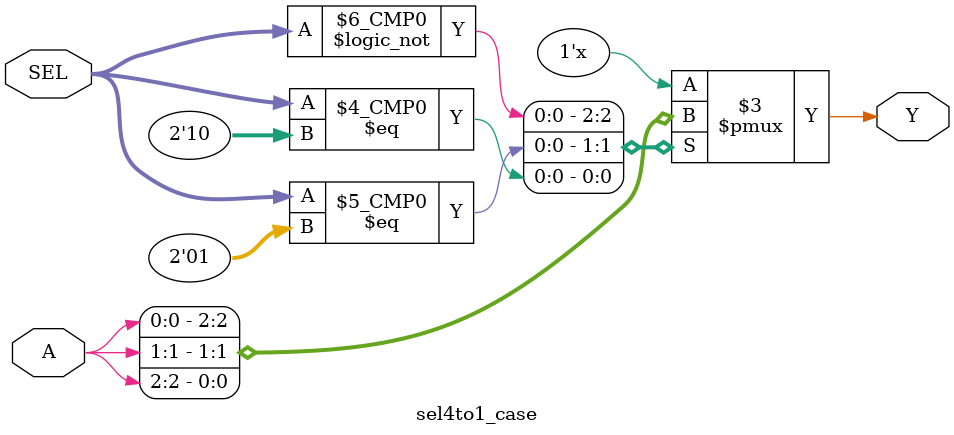
<source format=v>
module sel4to1_case(A,SEL,Y);
input [3:0] A;
input [1:0] SEL;
output Y;
reg Y;
always@(A or SEL)
begin
	case(SEL)
	2'b00:Y=A[0];
	2'b01:Y=A[1];
	2'b10:Y=A[2];
	//2'b11:Y=A[3];
	//default:Y=1'bx;
	endcase

end
endmodule

</source>
